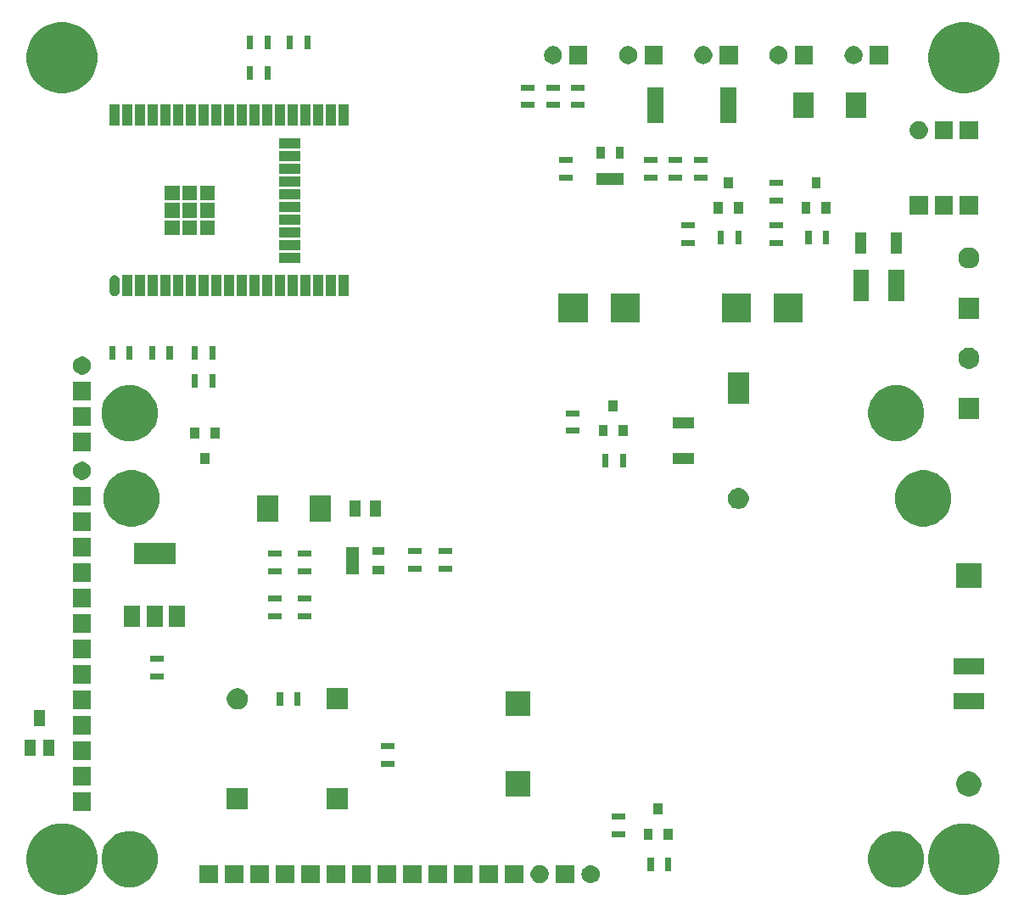
<source format=gbr>
G04 #@! TF.GenerationSoftware,KiCad,Pcbnew,(5.1.4)-1*
G04 #@! TF.CreationDate,2020-11-07T23:49:10+03:00*
G04 #@! TF.ProjectId,UAK_2,55414b5f-322e-46b6-9963-61645f706362,rev?*
G04 #@! TF.SameCoordinates,Original*
G04 #@! TF.FileFunction,Soldermask,Top*
G04 #@! TF.FilePolarity,Negative*
%FSLAX46Y46*%
G04 Gerber Fmt 4.6, Leading zero omitted, Abs format (unit mm)*
G04 Created by KiCad (PCBNEW (5.1.4)-1) date 2020-11-07 23:49:10*
%MOMM*%
%LPD*%
G04 APERTURE LIST*
%ADD10C,0.100000*%
G04 APERTURE END LIST*
D10*
G36*
X81035787Y-131585462D02*
G01*
X81035790Y-131585463D01*
X81035789Y-131585463D01*
X81682029Y-131853144D01*
X82263631Y-132241758D01*
X82758242Y-132736369D01*
X83146856Y-133317971D01*
X83146856Y-133317972D01*
X83414538Y-133964213D01*
X83551000Y-134650256D01*
X83551000Y-135349744D01*
X83414538Y-136035787D01*
X83356460Y-136176000D01*
X83146856Y-136682029D01*
X82758242Y-137263631D01*
X82263631Y-137758242D01*
X81682029Y-138146856D01*
X81225068Y-138336135D01*
X81035787Y-138414538D01*
X80349744Y-138551000D01*
X79650256Y-138551000D01*
X78964213Y-138414538D01*
X78774932Y-138336135D01*
X78317971Y-138146856D01*
X77736369Y-137758242D01*
X77241758Y-137263631D01*
X76853144Y-136682029D01*
X76643540Y-136176000D01*
X76585462Y-136035787D01*
X76449000Y-135349744D01*
X76449000Y-134650256D01*
X76585462Y-133964213D01*
X76853144Y-133317972D01*
X76853144Y-133317971D01*
X77241758Y-132736369D01*
X77736369Y-132241758D01*
X78317971Y-131853144D01*
X78964211Y-131585463D01*
X78964210Y-131585463D01*
X78964213Y-131585462D01*
X79650256Y-131449000D01*
X80349744Y-131449000D01*
X81035787Y-131585462D01*
X81035787Y-131585462D01*
G37*
G36*
X171035787Y-131585462D02*
G01*
X171035790Y-131585463D01*
X171035789Y-131585463D01*
X171682029Y-131853144D01*
X172263631Y-132241758D01*
X172758242Y-132736369D01*
X173146856Y-133317971D01*
X173146856Y-133317972D01*
X173414538Y-133964213D01*
X173551000Y-134650256D01*
X173551000Y-135349744D01*
X173414538Y-136035787D01*
X173356460Y-136176000D01*
X173146856Y-136682029D01*
X172758242Y-137263631D01*
X172263631Y-137758242D01*
X171682029Y-138146856D01*
X171225068Y-138336135D01*
X171035787Y-138414538D01*
X170349744Y-138551000D01*
X169650256Y-138551000D01*
X168964213Y-138414538D01*
X168774932Y-138336135D01*
X168317971Y-138146856D01*
X167736369Y-137758242D01*
X167241758Y-137263631D01*
X166853144Y-136682029D01*
X166643540Y-136176000D01*
X166585462Y-136035787D01*
X166449000Y-135349744D01*
X166449000Y-134650256D01*
X166585462Y-133964213D01*
X166853144Y-133317972D01*
X166853144Y-133317971D01*
X167241758Y-132736369D01*
X167736369Y-132241758D01*
X168317971Y-131853144D01*
X168964211Y-131585463D01*
X168964210Y-131585463D01*
X168964213Y-131585462D01*
X169650256Y-131449000D01*
X170349744Y-131449000D01*
X171035787Y-131585462D01*
X171035787Y-131585462D01*
G37*
G36*
X164067021Y-132306640D02*
G01*
X164576769Y-132517785D01*
X164576771Y-132517786D01*
X165035534Y-132824321D01*
X165425679Y-133214466D01*
X165494839Y-133317972D01*
X165732215Y-133673231D01*
X165943360Y-134182979D01*
X166051000Y-134724124D01*
X166051000Y-135275876D01*
X165943360Y-135817021D01*
X165733621Y-136323375D01*
X165732214Y-136326771D01*
X165425679Y-136785534D01*
X165035534Y-137175679D01*
X164576771Y-137482214D01*
X164576770Y-137482215D01*
X164576769Y-137482215D01*
X164067021Y-137693360D01*
X163525876Y-137801000D01*
X162974124Y-137801000D01*
X162432979Y-137693360D01*
X161923231Y-137482215D01*
X161923230Y-137482215D01*
X161923229Y-137482214D01*
X161464466Y-137175679D01*
X161074321Y-136785534D01*
X160767786Y-136326771D01*
X160766379Y-136323375D01*
X160556640Y-135817021D01*
X160449000Y-135275876D01*
X160449000Y-134724124D01*
X160556640Y-134182979D01*
X160767785Y-133673231D01*
X161005161Y-133317972D01*
X161074321Y-133214466D01*
X161464466Y-132824321D01*
X161923229Y-132517786D01*
X161923231Y-132517785D01*
X162432979Y-132306640D01*
X162974124Y-132199000D01*
X163525876Y-132199000D01*
X164067021Y-132306640D01*
X164067021Y-132306640D01*
G37*
G36*
X87567021Y-132306640D02*
G01*
X88076769Y-132517785D01*
X88076771Y-132517786D01*
X88535534Y-132824321D01*
X88925679Y-133214466D01*
X88994839Y-133317972D01*
X89232215Y-133673231D01*
X89443360Y-134182979D01*
X89551000Y-134724124D01*
X89551000Y-135275876D01*
X89443360Y-135817021D01*
X89233621Y-136323375D01*
X89232214Y-136326771D01*
X88925679Y-136785534D01*
X88535534Y-137175679D01*
X88076771Y-137482214D01*
X88076770Y-137482215D01*
X88076769Y-137482215D01*
X87567021Y-137693360D01*
X87025876Y-137801000D01*
X86474124Y-137801000D01*
X85932979Y-137693360D01*
X85423231Y-137482215D01*
X85423230Y-137482215D01*
X85423229Y-137482214D01*
X84964466Y-137175679D01*
X84574321Y-136785534D01*
X84267786Y-136326771D01*
X84266379Y-136323375D01*
X84056640Y-135817021D01*
X83949000Y-135275876D01*
X83949000Y-134724124D01*
X84056640Y-134182979D01*
X84267785Y-133673231D01*
X84505161Y-133317972D01*
X84574321Y-133214466D01*
X84964466Y-132824321D01*
X85423229Y-132517786D01*
X85423231Y-132517785D01*
X85932979Y-132306640D01*
X86474124Y-132199000D01*
X87025876Y-132199000D01*
X87567021Y-132306640D01*
X87567021Y-132306640D01*
G37*
G36*
X131111000Y-137401000D02*
G01*
X129309000Y-137401000D01*
X129309000Y-135599000D01*
X131111000Y-135599000D01*
X131111000Y-137401000D01*
X131111000Y-137401000D01*
G37*
G36*
X113331000Y-137401000D02*
G01*
X111529000Y-137401000D01*
X111529000Y-135599000D01*
X113331000Y-135599000D01*
X113331000Y-137401000D01*
X113331000Y-137401000D01*
G37*
G36*
X127783512Y-135603927D02*
G01*
X127932812Y-135633624D01*
X128096784Y-135701544D01*
X128244354Y-135800147D01*
X128369853Y-135925646D01*
X128468456Y-136073216D01*
X128536376Y-136237188D01*
X128571000Y-136411259D01*
X128571000Y-136588741D01*
X128536376Y-136762812D01*
X128468456Y-136926784D01*
X128369853Y-137074354D01*
X128244354Y-137199853D01*
X128096784Y-137298456D01*
X127932812Y-137366376D01*
X127783512Y-137396073D01*
X127758742Y-137401000D01*
X127581258Y-137401000D01*
X127556488Y-137396073D01*
X127407188Y-137366376D01*
X127243216Y-137298456D01*
X127095646Y-137199853D01*
X126970147Y-137074354D01*
X126871544Y-136926784D01*
X126803624Y-136762812D01*
X126769000Y-136588741D01*
X126769000Y-136411259D01*
X126803624Y-136237188D01*
X126871544Y-136073216D01*
X126970147Y-135925646D01*
X127095646Y-135800147D01*
X127243216Y-135701544D01*
X127407188Y-135633624D01*
X127556488Y-135603927D01*
X127581258Y-135599000D01*
X127758742Y-135599000D01*
X127783512Y-135603927D01*
X127783512Y-135603927D01*
G37*
G36*
X126031000Y-137401000D02*
G01*
X124229000Y-137401000D01*
X124229000Y-135599000D01*
X126031000Y-135599000D01*
X126031000Y-137401000D01*
X126031000Y-137401000D01*
G37*
G36*
X123491000Y-137401000D02*
G01*
X121689000Y-137401000D01*
X121689000Y-135599000D01*
X123491000Y-135599000D01*
X123491000Y-137401000D01*
X123491000Y-137401000D01*
G37*
G36*
X120951000Y-137401000D02*
G01*
X119149000Y-137401000D01*
X119149000Y-135599000D01*
X120951000Y-135599000D01*
X120951000Y-137401000D01*
X120951000Y-137401000D01*
G37*
G36*
X118411000Y-137401000D02*
G01*
X116609000Y-137401000D01*
X116609000Y-135599000D01*
X118411000Y-135599000D01*
X118411000Y-137401000D01*
X118411000Y-137401000D01*
G37*
G36*
X115871000Y-137401000D02*
G01*
X114069000Y-137401000D01*
X114069000Y-135599000D01*
X115871000Y-135599000D01*
X115871000Y-137401000D01*
X115871000Y-137401000D01*
G37*
G36*
X108251000Y-137401000D02*
G01*
X106449000Y-137401000D01*
X106449000Y-135599000D01*
X108251000Y-135599000D01*
X108251000Y-137401000D01*
X108251000Y-137401000D01*
G37*
G36*
X132860442Y-135605518D02*
G01*
X132926627Y-135612037D01*
X133096466Y-135663557D01*
X133252991Y-135747222D01*
X133288729Y-135776552D01*
X133390186Y-135859814D01*
X133473448Y-135961271D01*
X133502778Y-135997009D01*
X133586443Y-136153534D01*
X133637963Y-136323373D01*
X133655359Y-136500000D01*
X133637963Y-136676627D01*
X133586443Y-136846466D01*
X133502778Y-137002991D01*
X133473448Y-137038729D01*
X133390186Y-137140186D01*
X133317480Y-137199853D01*
X133252991Y-137252778D01*
X133096466Y-137336443D01*
X132926627Y-137387963D01*
X132860443Y-137394481D01*
X132794260Y-137401000D01*
X132705740Y-137401000D01*
X132639557Y-137394481D01*
X132573373Y-137387963D01*
X132403534Y-137336443D01*
X132247009Y-137252778D01*
X132182520Y-137199853D01*
X132109814Y-137140186D01*
X132026552Y-137038729D01*
X131997222Y-137002991D01*
X131913557Y-136846466D01*
X131862037Y-136676627D01*
X131844641Y-136500000D01*
X131862037Y-136323373D01*
X131913557Y-136153534D01*
X131997222Y-135997009D01*
X132026552Y-135961271D01*
X132109814Y-135859814D01*
X132211271Y-135776552D01*
X132247009Y-135747222D01*
X132403534Y-135663557D01*
X132573373Y-135612037D01*
X132639558Y-135605518D01*
X132705740Y-135599000D01*
X132794260Y-135599000D01*
X132860442Y-135605518D01*
X132860442Y-135605518D01*
G37*
G36*
X95551000Y-137401000D02*
G01*
X93749000Y-137401000D01*
X93749000Y-135599000D01*
X95551000Y-135599000D01*
X95551000Y-137401000D01*
X95551000Y-137401000D01*
G37*
G36*
X98091000Y-137401000D02*
G01*
X96289000Y-137401000D01*
X96289000Y-135599000D01*
X98091000Y-135599000D01*
X98091000Y-137401000D01*
X98091000Y-137401000D01*
G37*
G36*
X103171000Y-137401000D02*
G01*
X101369000Y-137401000D01*
X101369000Y-135599000D01*
X103171000Y-135599000D01*
X103171000Y-137401000D01*
X103171000Y-137401000D01*
G37*
G36*
X110791000Y-137401000D02*
G01*
X108989000Y-137401000D01*
X108989000Y-135599000D01*
X110791000Y-135599000D01*
X110791000Y-137401000D01*
X110791000Y-137401000D01*
G37*
G36*
X105711000Y-137401000D02*
G01*
X103909000Y-137401000D01*
X103909000Y-135599000D01*
X105711000Y-135599000D01*
X105711000Y-137401000D01*
X105711000Y-137401000D01*
G37*
G36*
X100631000Y-137401000D02*
G01*
X98829000Y-137401000D01*
X98829000Y-135599000D01*
X100631000Y-135599000D01*
X100631000Y-137401000D01*
X100631000Y-137401000D01*
G37*
G36*
X140801000Y-136176000D02*
G01*
X140199000Y-136176000D01*
X140199000Y-134824000D01*
X140801000Y-134824000D01*
X140801000Y-136176000D01*
X140801000Y-136176000D01*
G37*
G36*
X139051000Y-136176000D02*
G01*
X138449000Y-136176000D01*
X138449000Y-134824000D01*
X139051000Y-134824000D01*
X139051000Y-136176000D01*
X139051000Y-136176000D01*
G37*
G36*
X140951000Y-133051000D02*
G01*
X140049000Y-133051000D01*
X140049000Y-131949000D01*
X140951000Y-131949000D01*
X140951000Y-133051000D01*
X140951000Y-133051000D01*
G37*
G36*
X138951000Y-133051000D02*
G01*
X138049000Y-133051000D01*
X138049000Y-131949000D01*
X138951000Y-131949000D01*
X138951000Y-133051000D01*
X138951000Y-133051000D01*
G37*
G36*
X136176000Y-132801000D02*
G01*
X134824000Y-132801000D01*
X134824000Y-132199000D01*
X136176000Y-132199000D01*
X136176000Y-132801000D01*
X136176000Y-132801000D01*
G37*
G36*
X136176000Y-131051000D02*
G01*
X134824000Y-131051000D01*
X134824000Y-130449000D01*
X136176000Y-130449000D01*
X136176000Y-131051000D01*
X136176000Y-131051000D01*
G37*
G36*
X139951000Y-130551000D02*
G01*
X139049000Y-130551000D01*
X139049000Y-129449000D01*
X139951000Y-129449000D01*
X139951000Y-130551000D01*
X139951000Y-130551000D01*
G37*
G36*
X82901000Y-130171000D02*
G01*
X81099000Y-130171000D01*
X81099000Y-128369000D01*
X82901000Y-128369000D01*
X82901000Y-130171000D01*
X82901000Y-130171000D01*
G37*
G36*
X98551000Y-130051000D02*
G01*
X96449000Y-130051000D01*
X96449000Y-127949000D01*
X98551000Y-127949000D01*
X98551000Y-130051000D01*
X98551000Y-130051000D01*
G37*
G36*
X108551000Y-130051000D02*
G01*
X106449000Y-130051000D01*
X106449000Y-127949000D01*
X108551000Y-127949000D01*
X108551000Y-130051000D01*
X108551000Y-130051000D01*
G37*
G36*
X126751000Y-128751000D02*
G01*
X124249000Y-128751000D01*
X124249000Y-126249000D01*
X126751000Y-126249000D01*
X126751000Y-128751000D01*
X126751000Y-128751000D01*
G37*
G36*
X170864903Y-126297075D02*
G01*
X171092571Y-126391378D01*
X171297466Y-126528285D01*
X171471715Y-126702534D01*
X171608622Y-126907429D01*
X171702925Y-127135097D01*
X171751000Y-127376787D01*
X171751000Y-127623213D01*
X171702925Y-127864903D01*
X171608622Y-128092571D01*
X171471715Y-128297466D01*
X171297466Y-128471715D01*
X171092571Y-128608622D01*
X171092570Y-128608623D01*
X171092569Y-128608623D01*
X170864903Y-128702925D01*
X170623214Y-128751000D01*
X170376786Y-128751000D01*
X170135097Y-128702925D01*
X169907431Y-128608623D01*
X169907430Y-128608623D01*
X169907429Y-128608622D01*
X169702534Y-128471715D01*
X169528285Y-128297466D01*
X169391378Y-128092571D01*
X169297075Y-127864903D01*
X169249000Y-127623213D01*
X169249000Y-127376787D01*
X169297075Y-127135097D01*
X169391378Y-126907429D01*
X169528285Y-126702534D01*
X169702534Y-126528285D01*
X169907429Y-126391378D01*
X170135097Y-126297075D01*
X170376786Y-126249000D01*
X170623214Y-126249000D01*
X170864903Y-126297075D01*
X170864903Y-126297075D01*
G37*
G36*
X82901000Y-127631000D02*
G01*
X81099000Y-127631000D01*
X81099000Y-125829000D01*
X82901000Y-125829000D01*
X82901000Y-127631000D01*
X82901000Y-127631000D01*
G37*
G36*
X113176000Y-125801000D02*
G01*
X111824000Y-125801000D01*
X111824000Y-125199000D01*
X113176000Y-125199000D01*
X113176000Y-125801000D01*
X113176000Y-125801000D01*
G37*
G36*
X82901000Y-125091000D02*
G01*
X81099000Y-125091000D01*
X81099000Y-123289000D01*
X82901000Y-123289000D01*
X82901000Y-125091000D01*
X82901000Y-125091000D01*
G37*
G36*
X79201000Y-124701000D02*
G01*
X78099000Y-124701000D01*
X78099000Y-123099000D01*
X79201000Y-123099000D01*
X79201000Y-124701000D01*
X79201000Y-124701000D01*
G37*
G36*
X77401000Y-124701000D02*
G01*
X76299000Y-124701000D01*
X76299000Y-123099000D01*
X77401000Y-123099000D01*
X77401000Y-124701000D01*
X77401000Y-124701000D01*
G37*
G36*
X113176000Y-124051000D02*
G01*
X111824000Y-124051000D01*
X111824000Y-123449000D01*
X113176000Y-123449000D01*
X113176000Y-124051000D01*
X113176000Y-124051000D01*
G37*
G36*
X82901000Y-122551000D02*
G01*
X81099000Y-122551000D01*
X81099000Y-120749000D01*
X82901000Y-120749000D01*
X82901000Y-122551000D01*
X82901000Y-122551000D01*
G37*
G36*
X78301000Y-121701000D02*
G01*
X77199000Y-121701000D01*
X77199000Y-120099000D01*
X78301000Y-120099000D01*
X78301000Y-121701000D01*
X78301000Y-121701000D01*
G37*
G36*
X126751000Y-120751000D02*
G01*
X124249000Y-120751000D01*
X124249000Y-118249000D01*
X126751000Y-118249000D01*
X126751000Y-120751000D01*
X126751000Y-120751000D01*
G37*
G36*
X97806564Y-117989389D02*
G01*
X97997833Y-118068615D01*
X97997835Y-118068616D01*
X98169973Y-118183635D01*
X98316365Y-118330027D01*
X98431385Y-118502167D01*
X98510611Y-118693436D01*
X98551000Y-118896484D01*
X98551000Y-119103516D01*
X98510611Y-119306564D01*
X98431385Y-119497833D01*
X98431384Y-119497835D01*
X98316365Y-119669973D01*
X98169973Y-119816365D01*
X97997835Y-119931384D01*
X97997834Y-119931385D01*
X97997833Y-119931385D01*
X97806564Y-120010611D01*
X97603516Y-120051000D01*
X97396484Y-120051000D01*
X97193436Y-120010611D01*
X97002167Y-119931385D01*
X97002166Y-119931385D01*
X97002165Y-119931384D01*
X96830027Y-119816365D01*
X96683635Y-119669973D01*
X96568616Y-119497835D01*
X96568615Y-119497833D01*
X96489389Y-119306564D01*
X96449000Y-119103516D01*
X96449000Y-118896484D01*
X96489389Y-118693436D01*
X96568615Y-118502167D01*
X96683635Y-118330027D01*
X96830027Y-118183635D01*
X97002165Y-118068616D01*
X97002167Y-118068615D01*
X97193436Y-117989389D01*
X97396484Y-117949000D01*
X97603516Y-117949000D01*
X97806564Y-117989389D01*
X97806564Y-117989389D01*
G37*
G36*
X172051000Y-120051000D02*
G01*
X168949000Y-120051000D01*
X168949000Y-118449000D01*
X172051000Y-118449000D01*
X172051000Y-120051000D01*
X172051000Y-120051000D01*
G37*
G36*
X108551000Y-120051000D02*
G01*
X106449000Y-120051000D01*
X106449000Y-117949000D01*
X108551000Y-117949000D01*
X108551000Y-120051000D01*
X108551000Y-120051000D01*
G37*
G36*
X82901000Y-120011000D02*
G01*
X81099000Y-120011000D01*
X81099000Y-118209000D01*
X82901000Y-118209000D01*
X82901000Y-120011000D01*
X82901000Y-120011000D01*
G37*
G36*
X103801000Y-119676000D02*
G01*
X103199000Y-119676000D01*
X103199000Y-118324000D01*
X103801000Y-118324000D01*
X103801000Y-119676000D01*
X103801000Y-119676000D01*
G37*
G36*
X102051000Y-119676000D02*
G01*
X101449000Y-119676000D01*
X101449000Y-118324000D01*
X102051000Y-118324000D01*
X102051000Y-119676000D01*
X102051000Y-119676000D01*
G37*
G36*
X82901000Y-117471000D02*
G01*
X81099000Y-117471000D01*
X81099000Y-115669000D01*
X82901000Y-115669000D01*
X82901000Y-117471000D01*
X82901000Y-117471000D01*
G37*
G36*
X90176000Y-117051000D02*
G01*
X88824000Y-117051000D01*
X88824000Y-116449000D01*
X90176000Y-116449000D01*
X90176000Y-117051000D01*
X90176000Y-117051000D01*
G37*
G36*
X172051000Y-116551000D02*
G01*
X168949000Y-116551000D01*
X168949000Y-114949000D01*
X172051000Y-114949000D01*
X172051000Y-116551000D01*
X172051000Y-116551000D01*
G37*
G36*
X90176000Y-115301000D02*
G01*
X88824000Y-115301000D01*
X88824000Y-114699000D01*
X90176000Y-114699000D01*
X90176000Y-115301000D01*
X90176000Y-115301000D01*
G37*
G36*
X82901000Y-114931000D02*
G01*
X81099000Y-114931000D01*
X81099000Y-113129000D01*
X82901000Y-113129000D01*
X82901000Y-114931000D01*
X82901000Y-114931000D01*
G37*
G36*
X82901000Y-112391000D02*
G01*
X81099000Y-112391000D01*
X81099000Y-110589000D01*
X82901000Y-110589000D01*
X82901000Y-112391000D01*
X82901000Y-112391000D01*
G37*
G36*
X90051000Y-111801000D02*
G01*
X88449000Y-111801000D01*
X88449000Y-109699000D01*
X90051000Y-109699000D01*
X90051000Y-111801000D01*
X90051000Y-111801000D01*
G37*
G36*
X92301000Y-111801000D02*
G01*
X90699000Y-111801000D01*
X90699000Y-109699000D01*
X92301000Y-109699000D01*
X92301000Y-111801000D01*
X92301000Y-111801000D01*
G37*
G36*
X87801000Y-111801000D02*
G01*
X86199000Y-111801000D01*
X86199000Y-109699000D01*
X87801000Y-109699000D01*
X87801000Y-111801000D01*
X87801000Y-111801000D01*
G37*
G36*
X104926000Y-111051000D02*
G01*
X103574000Y-111051000D01*
X103574000Y-110449000D01*
X104926000Y-110449000D01*
X104926000Y-111051000D01*
X104926000Y-111051000D01*
G37*
G36*
X101926000Y-111051000D02*
G01*
X100574000Y-111051000D01*
X100574000Y-110449000D01*
X101926000Y-110449000D01*
X101926000Y-111051000D01*
X101926000Y-111051000D01*
G37*
G36*
X82901000Y-109851000D02*
G01*
X81099000Y-109851000D01*
X81099000Y-108049000D01*
X82901000Y-108049000D01*
X82901000Y-109851000D01*
X82901000Y-109851000D01*
G37*
G36*
X104926000Y-109301000D02*
G01*
X103574000Y-109301000D01*
X103574000Y-108699000D01*
X104926000Y-108699000D01*
X104926000Y-109301000D01*
X104926000Y-109301000D01*
G37*
G36*
X101926000Y-109301000D02*
G01*
X100574000Y-109301000D01*
X100574000Y-108699000D01*
X101926000Y-108699000D01*
X101926000Y-109301000D01*
X101926000Y-109301000D01*
G37*
G36*
X171751000Y-107951000D02*
G01*
X169249000Y-107951000D01*
X169249000Y-105449000D01*
X171751000Y-105449000D01*
X171751000Y-107951000D01*
X171751000Y-107951000D01*
G37*
G36*
X82901000Y-107311000D02*
G01*
X81099000Y-107311000D01*
X81099000Y-105509000D01*
X82901000Y-105509000D01*
X82901000Y-107311000D01*
X82901000Y-107311000D01*
G37*
G36*
X109601000Y-106551000D02*
G01*
X108399000Y-106551000D01*
X108399000Y-103849000D01*
X109601000Y-103849000D01*
X109601000Y-106551000D01*
X109601000Y-106551000D01*
G37*
G36*
X101926000Y-106551000D02*
G01*
X100574000Y-106551000D01*
X100574000Y-105949000D01*
X101926000Y-105949000D01*
X101926000Y-106551000D01*
X101926000Y-106551000D01*
G37*
G36*
X104926000Y-106551000D02*
G01*
X103574000Y-106551000D01*
X103574000Y-105949000D01*
X104926000Y-105949000D01*
X104926000Y-106551000D01*
X104926000Y-106551000D01*
G37*
G36*
X112201000Y-106551000D02*
G01*
X110999000Y-106551000D01*
X110999000Y-105749000D01*
X112201000Y-105749000D01*
X112201000Y-106551000D01*
X112201000Y-106551000D01*
G37*
G36*
X115926000Y-106301000D02*
G01*
X114574000Y-106301000D01*
X114574000Y-105699000D01*
X115926000Y-105699000D01*
X115926000Y-106301000D01*
X115926000Y-106301000D01*
G37*
G36*
X118926000Y-106301000D02*
G01*
X117574000Y-106301000D01*
X117574000Y-105699000D01*
X118926000Y-105699000D01*
X118926000Y-106301000D01*
X118926000Y-106301000D01*
G37*
G36*
X91301000Y-105551000D02*
G01*
X87199000Y-105551000D01*
X87199000Y-103449000D01*
X91301000Y-103449000D01*
X91301000Y-105551000D01*
X91301000Y-105551000D01*
G37*
G36*
X101926000Y-104801000D02*
G01*
X100574000Y-104801000D01*
X100574000Y-104199000D01*
X101926000Y-104199000D01*
X101926000Y-104801000D01*
X101926000Y-104801000D01*
G37*
G36*
X104926000Y-104801000D02*
G01*
X103574000Y-104801000D01*
X103574000Y-104199000D01*
X104926000Y-104199000D01*
X104926000Y-104801000D01*
X104926000Y-104801000D01*
G37*
G36*
X82901000Y-104771000D02*
G01*
X81099000Y-104771000D01*
X81099000Y-102969000D01*
X82901000Y-102969000D01*
X82901000Y-104771000D01*
X82901000Y-104771000D01*
G37*
G36*
X112201000Y-104651000D02*
G01*
X110999000Y-104651000D01*
X110999000Y-103849000D01*
X112201000Y-103849000D01*
X112201000Y-104651000D01*
X112201000Y-104651000D01*
G37*
G36*
X118926000Y-104551000D02*
G01*
X117574000Y-104551000D01*
X117574000Y-103949000D01*
X118926000Y-103949000D01*
X118926000Y-104551000D01*
X118926000Y-104551000D01*
G37*
G36*
X115926000Y-104551000D02*
G01*
X114574000Y-104551000D01*
X114574000Y-103949000D01*
X115926000Y-103949000D01*
X115926000Y-104551000D01*
X115926000Y-104551000D01*
G37*
G36*
X82901000Y-102231000D02*
G01*
X81099000Y-102231000D01*
X81099000Y-100429000D01*
X82901000Y-100429000D01*
X82901000Y-102231000D01*
X82901000Y-102231000D01*
G37*
G36*
X166767021Y-96306640D02*
G01*
X167264763Y-96512812D01*
X167276771Y-96517786D01*
X167735534Y-96824321D01*
X168125679Y-97214466D01*
X168432214Y-97673229D01*
X168432215Y-97673231D01*
X168643360Y-98182979D01*
X168751000Y-98724124D01*
X168751000Y-99275876D01*
X168643360Y-99817021D01*
X168432215Y-100326769D01*
X168432214Y-100326771D01*
X168125679Y-100785534D01*
X167735534Y-101175679D01*
X167276771Y-101482214D01*
X167276770Y-101482215D01*
X167276769Y-101482215D01*
X166767021Y-101693360D01*
X166225876Y-101801000D01*
X165674124Y-101801000D01*
X165132979Y-101693360D01*
X164623231Y-101482215D01*
X164623230Y-101482215D01*
X164623229Y-101482214D01*
X164164466Y-101175679D01*
X163774321Y-100785534D01*
X163467786Y-100326771D01*
X163467785Y-100326769D01*
X163256640Y-99817021D01*
X163149000Y-99275876D01*
X163149000Y-98724124D01*
X163256640Y-98182979D01*
X163467785Y-97673231D01*
X163467786Y-97673229D01*
X163774321Y-97214466D01*
X164164466Y-96824321D01*
X164623229Y-96517786D01*
X164635237Y-96512812D01*
X165132979Y-96306640D01*
X165674124Y-96199000D01*
X166225876Y-96199000D01*
X166767021Y-96306640D01*
X166767021Y-96306640D01*
G37*
G36*
X87767021Y-96306640D02*
G01*
X88264763Y-96512812D01*
X88276771Y-96517786D01*
X88735534Y-96824321D01*
X89125679Y-97214466D01*
X89432214Y-97673229D01*
X89432215Y-97673231D01*
X89643360Y-98182979D01*
X89751000Y-98724124D01*
X89751000Y-99275876D01*
X89643360Y-99817021D01*
X89432215Y-100326769D01*
X89432214Y-100326771D01*
X89125679Y-100785534D01*
X88735534Y-101175679D01*
X88276771Y-101482214D01*
X88276770Y-101482215D01*
X88276769Y-101482215D01*
X87767021Y-101693360D01*
X87225876Y-101801000D01*
X86674124Y-101801000D01*
X86132979Y-101693360D01*
X85623231Y-101482215D01*
X85623230Y-101482215D01*
X85623229Y-101482214D01*
X85164466Y-101175679D01*
X84774321Y-100785534D01*
X84467786Y-100326771D01*
X84467785Y-100326769D01*
X84256640Y-99817021D01*
X84149000Y-99275876D01*
X84149000Y-98724124D01*
X84256640Y-98182979D01*
X84467785Y-97673231D01*
X84467786Y-97673229D01*
X84774321Y-97214466D01*
X85164466Y-96824321D01*
X85623229Y-96517786D01*
X85635237Y-96512812D01*
X86132979Y-96306640D01*
X86674124Y-96199000D01*
X87225876Y-96199000D01*
X87767021Y-96306640D01*
X87767021Y-96306640D01*
G37*
G36*
X101551000Y-101301000D02*
G01*
X99449000Y-101301000D01*
X99449000Y-98699000D01*
X101551000Y-98699000D01*
X101551000Y-101301000D01*
X101551000Y-101301000D01*
G37*
G36*
X106801000Y-101301000D02*
G01*
X104699000Y-101301000D01*
X104699000Y-98699000D01*
X106801000Y-98699000D01*
X106801000Y-101301000D01*
X106801000Y-101301000D01*
G37*
G36*
X111801000Y-100801000D02*
G01*
X110699000Y-100801000D01*
X110699000Y-99199000D01*
X111801000Y-99199000D01*
X111801000Y-100801000D01*
X111801000Y-100801000D01*
G37*
G36*
X109801000Y-100801000D02*
G01*
X108699000Y-100801000D01*
X108699000Y-99199000D01*
X109801000Y-99199000D01*
X109801000Y-100801000D01*
X109801000Y-100801000D01*
G37*
G36*
X147806564Y-97989389D02*
G01*
X147997833Y-98068615D01*
X147997835Y-98068616D01*
X148168990Y-98182978D01*
X148169973Y-98183635D01*
X148316365Y-98330027D01*
X148431385Y-98502167D01*
X148510611Y-98693436D01*
X148551000Y-98896484D01*
X148551000Y-99103516D01*
X148510611Y-99306564D01*
X148431385Y-99497833D01*
X148431384Y-99497835D01*
X148316365Y-99669973D01*
X148169973Y-99816365D01*
X147997835Y-99931384D01*
X147997834Y-99931385D01*
X147997833Y-99931385D01*
X147806564Y-100010611D01*
X147603516Y-100051000D01*
X147396484Y-100051000D01*
X147193436Y-100010611D01*
X147002167Y-99931385D01*
X147002166Y-99931385D01*
X147002165Y-99931384D01*
X146830027Y-99816365D01*
X146683635Y-99669973D01*
X146568616Y-99497835D01*
X146568615Y-99497833D01*
X146489389Y-99306564D01*
X146449000Y-99103516D01*
X146449000Y-98896484D01*
X146489389Y-98693436D01*
X146568615Y-98502167D01*
X146683635Y-98330027D01*
X146830027Y-98183635D01*
X146831010Y-98182978D01*
X147002165Y-98068616D01*
X147002167Y-98068615D01*
X147193436Y-97989389D01*
X147396484Y-97949000D01*
X147603516Y-97949000D01*
X147806564Y-97989389D01*
X147806564Y-97989389D01*
G37*
G36*
X82901000Y-99691000D02*
G01*
X81099000Y-99691000D01*
X81099000Y-97889000D01*
X82901000Y-97889000D01*
X82901000Y-99691000D01*
X82901000Y-99691000D01*
G37*
G36*
X82113512Y-95353927D02*
G01*
X82262812Y-95383624D01*
X82426784Y-95451544D01*
X82574354Y-95550147D01*
X82699853Y-95675646D01*
X82798456Y-95823216D01*
X82866376Y-95987188D01*
X82901000Y-96161259D01*
X82901000Y-96338741D01*
X82866376Y-96512812D01*
X82798456Y-96676784D01*
X82699853Y-96824354D01*
X82574354Y-96949853D01*
X82426784Y-97048456D01*
X82262812Y-97116376D01*
X82113512Y-97146073D01*
X82088742Y-97151000D01*
X81911258Y-97151000D01*
X81886488Y-97146073D01*
X81737188Y-97116376D01*
X81573216Y-97048456D01*
X81425646Y-96949853D01*
X81300147Y-96824354D01*
X81201544Y-96676784D01*
X81133624Y-96512812D01*
X81099000Y-96338741D01*
X81099000Y-96161259D01*
X81133624Y-95987188D01*
X81201544Y-95823216D01*
X81300147Y-95675646D01*
X81425646Y-95550147D01*
X81573216Y-95451544D01*
X81737188Y-95383624D01*
X81886488Y-95353927D01*
X81911258Y-95349000D01*
X82088742Y-95349000D01*
X82113512Y-95353927D01*
X82113512Y-95353927D01*
G37*
G36*
X136301000Y-95926000D02*
G01*
X135699000Y-95926000D01*
X135699000Y-94574000D01*
X136301000Y-94574000D01*
X136301000Y-95926000D01*
X136301000Y-95926000D01*
G37*
G36*
X134551000Y-95926000D02*
G01*
X133949000Y-95926000D01*
X133949000Y-94574000D01*
X134551000Y-94574000D01*
X134551000Y-95926000D01*
X134551000Y-95926000D01*
G37*
G36*
X143051000Y-95551000D02*
G01*
X140949000Y-95551000D01*
X140949000Y-94449000D01*
X143051000Y-94449000D01*
X143051000Y-95551000D01*
X143051000Y-95551000D01*
G37*
G36*
X94701000Y-95551000D02*
G01*
X93799000Y-95551000D01*
X93799000Y-94449000D01*
X94701000Y-94449000D01*
X94701000Y-95551000D01*
X94701000Y-95551000D01*
G37*
G36*
X82901000Y-94271000D02*
G01*
X81099000Y-94271000D01*
X81099000Y-92469000D01*
X82901000Y-92469000D01*
X82901000Y-94271000D01*
X82901000Y-94271000D01*
G37*
G36*
X164067021Y-87806640D02*
G01*
X164576769Y-88017785D01*
X164576771Y-88017786D01*
X165035534Y-88324321D01*
X165425679Y-88714466D01*
X165582389Y-88949000D01*
X165732215Y-89173231D01*
X165943360Y-89682979D01*
X166051000Y-90224124D01*
X166051000Y-90775876D01*
X165943360Y-91317021D01*
X165771884Y-91731000D01*
X165732214Y-91826771D01*
X165425679Y-92285534D01*
X165035534Y-92675679D01*
X164576771Y-92982214D01*
X164576770Y-92982215D01*
X164576769Y-92982215D01*
X164067021Y-93193360D01*
X163525876Y-93301000D01*
X162974124Y-93301000D01*
X162432979Y-93193360D01*
X161923231Y-92982215D01*
X161923230Y-92982215D01*
X161923229Y-92982214D01*
X161464466Y-92675679D01*
X161074321Y-92285534D01*
X160767786Y-91826771D01*
X160728116Y-91731000D01*
X160556640Y-91317021D01*
X160449000Y-90775876D01*
X160449000Y-90224124D01*
X160556640Y-89682979D01*
X160767785Y-89173231D01*
X160917611Y-88949000D01*
X161074321Y-88714466D01*
X161464466Y-88324321D01*
X161923229Y-88017786D01*
X161923231Y-88017785D01*
X162432979Y-87806640D01*
X162974124Y-87699000D01*
X163525876Y-87699000D01*
X164067021Y-87806640D01*
X164067021Y-87806640D01*
G37*
G36*
X87567021Y-87806640D02*
G01*
X88076769Y-88017785D01*
X88076771Y-88017786D01*
X88535534Y-88324321D01*
X88925679Y-88714466D01*
X89082389Y-88949000D01*
X89232215Y-89173231D01*
X89443360Y-89682979D01*
X89551000Y-90224124D01*
X89551000Y-90775876D01*
X89443360Y-91317021D01*
X89271884Y-91731000D01*
X89232214Y-91826771D01*
X88925679Y-92285534D01*
X88535534Y-92675679D01*
X88076771Y-92982214D01*
X88076770Y-92982215D01*
X88076769Y-92982215D01*
X87567021Y-93193360D01*
X87025876Y-93301000D01*
X86474124Y-93301000D01*
X85932979Y-93193360D01*
X85423231Y-92982215D01*
X85423230Y-92982215D01*
X85423229Y-92982214D01*
X84964466Y-92675679D01*
X84574321Y-92285534D01*
X84267786Y-91826771D01*
X84228116Y-91731000D01*
X84056640Y-91317021D01*
X83949000Y-90775876D01*
X83949000Y-90224124D01*
X84056640Y-89682979D01*
X84267785Y-89173231D01*
X84417611Y-88949000D01*
X84574321Y-88714466D01*
X84964466Y-88324321D01*
X85423229Y-88017786D01*
X85423231Y-88017785D01*
X85932979Y-87806640D01*
X86474124Y-87699000D01*
X87025876Y-87699000D01*
X87567021Y-87806640D01*
X87567021Y-87806640D01*
G37*
G36*
X95701000Y-93051000D02*
G01*
X94799000Y-93051000D01*
X94799000Y-91949000D01*
X95701000Y-91949000D01*
X95701000Y-93051000D01*
X95701000Y-93051000D01*
G37*
G36*
X93701000Y-93051000D02*
G01*
X92799000Y-93051000D01*
X92799000Y-91949000D01*
X93701000Y-91949000D01*
X93701000Y-93051000D01*
X93701000Y-93051000D01*
G37*
G36*
X136451000Y-92801000D02*
G01*
X135549000Y-92801000D01*
X135549000Y-91699000D01*
X136451000Y-91699000D01*
X136451000Y-92801000D01*
X136451000Y-92801000D01*
G37*
G36*
X134451000Y-92801000D02*
G01*
X133549000Y-92801000D01*
X133549000Y-91699000D01*
X134451000Y-91699000D01*
X134451000Y-92801000D01*
X134451000Y-92801000D01*
G37*
G36*
X131676000Y-92551000D02*
G01*
X130324000Y-92551000D01*
X130324000Y-91949000D01*
X131676000Y-91949000D01*
X131676000Y-92551000D01*
X131676000Y-92551000D01*
G37*
G36*
X143051000Y-92051000D02*
G01*
X140949000Y-92051000D01*
X140949000Y-90949000D01*
X143051000Y-90949000D01*
X143051000Y-92051000D01*
X143051000Y-92051000D01*
G37*
G36*
X82901000Y-91731000D02*
G01*
X81099000Y-91731000D01*
X81099000Y-89929000D01*
X82901000Y-89929000D01*
X82901000Y-91731000D01*
X82901000Y-91731000D01*
G37*
G36*
X171551000Y-91051000D02*
G01*
X169449000Y-91051000D01*
X169449000Y-88949000D01*
X171551000Y-88949000D01*
X171551000Y-91051000D01*
X171551000Y-91051000D01*
G37*
G36*
X131676000Y-90801000D02*
G01*
X130324000Y-90801000D01*
X130324000Y-90199000D01*
X131676000Y-90199000D01*
X131676000Y-90801000D01*
X131676000Y-90801000D01*
G37*
G36*
X135451000Y-90301000D02*
G01*
X134549000Y-90301000D01*
X134549000Y-89199000D01*
X135451000Y-89199000D01*
X135451000Y-90301000D01*
X135451000Y-90301000D01*
G37*
G36*
X148551000Y-89551000D02*
G01*
X146449000Y-89551000D01*
X146449000Y-86449000D01*
X148551000Y-86449000D01*
X148551000Y-89551000D01*
X148551000Y-89551000D01*
G37*
G36*
X82901000Y-89191000D02*
G01*
X81099000Y-89191000D01*
X81099000Y-87389000D01*
X82901000Y-87389000D01*
X82901000Y-89191000D01*
X82901000Y-89191000D01*
G37*
G36*
X95301000Y-87926000D02*
G01*
X94699000Y-87926000D01*
X94699000Y-86574000D01*
X95301000Y-86574000D01*
X95301000Y-87926000D01*
X95301000Y-87926000D01*
G37*
G36*
X93551000Y-87926000D02*
G01*
X92949000Y-87926000D01*
X92949000Y-86574000D01*
X93551000Y-86574000D01*
X93551000Y-87926000D01*
X93551000Y-87926000D01*
G37*
G36*
X82113512Y-84853927D02*
G01*
X82262812Y-84883624D01*
X82426784Y-84951544D01*
X82574354Y-85050147D01*
X82699853Y-85175646D01*
X82798456Y-85323216D01*
X82866376Y-85487188D01*
X82901000Y-85661259D01*
X82901000Y-85838741D01*
X82866376Y-86012812D01*
X82798456Y-86176784D01*
X82699853Y-86324354D01*
X82574354Y-86449853D01*
X82426784Y-86548456D01*
X82262812Y-86616376D01*
X82113512Y-86646073D01*
X82088742Y-86651000D01*
X81911258Y-86651000D01*
X81886488Y-86646073D01*
X81737188Y-86616376D01*
X81573216Y-86548456D01*
X81425646Y-86449853D01*
X81300147Y-86324354D01*
X81201544Y-86176784D01*
X81133624Y-86012812D01*
X81099000Y-85838741D01*
X81099000Y-85661259D01*
X81133624Y-85487188D01*
X81201544Y-85323216D01*
X81300147Y-85175646D01*
X81425646Y-85050147D01*
X81573216Y-84951544D01*
X81737188Y-84883624D01*
X81886488Y-84853927D01*
X81911258Y-84849000D01*
X82088742Y-84849000D01*
X82113512Y-84853927D01*
X82113512Y-84853927D01*
G37*
G36*
X170806564Y-83989389D02*
G01*
X170997833Y-84068615D01*
X170997835Y-84068616D01*
X171169973Y-84183635D01*
X171316365Y-84330027D01*
X171431385Y-84502167D01*
X171510611Y-84693436D01*
X171551000Y-84896484D01*
X171551000Y-85103516D01*
X171510611Y-85306564D01*
X171435794Y-85487188D01*
X171431384Y-85497835D01*
X171316365Y-85669973D01*
X171169973Y-85816365D01*
X170997835Y-85931384D01*
X170997834Y-85931385D01*
X170997833Y-85931385D01*
X170806564Y-86010611D01*
X170603516Y-86051000D01*
X170396484Y-86051000D01*
X170193436Y-86010611D01*
X170002167Y-85931385D01*
X170002166Y-85931385D01*
X170002165Y-85931384D01*
X169830027Y-85816365D01*
X169683635Y-85669973D01*
X169568616Y-85497835D01*
X169564206Y-85487188D01*
X169489389Y-85306564D01*
X169449000Y-85103516D01*
X169449000Y-84896484D01*
X169489389Y-84693436D01*
X169568615Y-84502167D01*
X169683635Y-84330027D01*
X169830027Y-84183635D01*
X170002165Y-84068616D01*
X170002167Y-84068615D01*
X170193436Y-83989389D01*
X170396484Y-83949000D01*
X170603516Y-83949000D01*
X170806564Y-83989389D01*
X170806564Y-83989389D01*
G37*
G36*
X87051000Y-85176000D02*
G01*
X86449000Y-85176000D01*
X86449000Y-83824000D01*
X87051000Y-83824000D01*
X87051000Y-85176000D01*
X87051000Y-85176000D01*
G37*
G36*
X89301000Y-85176000D02*
G01*
X88699000Y-85176000D01*
X88699000Y-83824000D01*
X89301000Y-83824000D01*
X89301000Y-85176000D01*
X89301000Y-85176000D01*
G37*
G36*
X93551000Y-85176000D02*
G01*
X92949000Y-85176000D01*
X92949000Y-83824000D01*
X93551000Y-83824000D01*
X93551000Y-85176000D01*
X93551000Y-85176000D01*
G37*
G36*
X95301000Y-85176000D02*
G01*
X94699000Y-85176000D01*
X94699000Y-83824000D01*
X95301000Y-83824000D01*
X95301000Y-85176000D01*
X95301000Y-85176000D01*
G37*
G36*
X91051000Y-85176000D02*
G01*
X90449000Y-85176000D01*
X90449000Y-83824000D01*
X91051000Y-83824000D01*
X91051000Y-85176000D01*
X91051000Y-85176000D01*
G37*
G36*
X85301000Y-85176000D02*
G01*
X84699000Y-85176000D01*
X84699000Y-83824000D01*
X85301000Y-83824000D01*
X85301000Y-85176000D01*
X85301000Y-85176000D01*
G37*
G36*
X153951000Y-81451000D02*
G01*
X151049000Y-81451000D01*
X151049000Y-78549000D01*
X153951000Y-78549000D01*
X153951000Y-81451000D01*
X153951000Y-81451000D01*
G37*
G36*
X148751000Y-81451000D02*
G01*
X145849000Y-81451000D01*
X145849000Y-78549000D01*
X148751000Y-78549000D01*
X148751000Y-81451000D01*
X148751000Y-81451000D01*
G37*
G36*
X137651000Y-81451000D02*
G01*
X134749000Y-81451000D01*
X134749000Y-78549000D01*
X137651000Y-78549000D01*
X137651000Y-81451000D01*
X137651000Y-81451000D01*
G37*
G36*
X132451000Y-81451000D02*
G01*
X129549000Y-81451000D01*
X129549000Y-78549000D01*
X132451000Y-78549000D01*
X132451000Y-81451000D01*
X132451000Y-81451000D01*
G37*
G36*
X171551000Y-81051000D02*
G01*
X169449000Y-81051000D01*
X169449000Y-78949000D01*
X171551000Y-78949000D01*
X171551000Y-81051000D01*
X171551000Y-81051000D01*
G37*
G36*
X164051000Y-79301000D02*
G01*
X162449000Y-79301000D01*
X162449000Y-76199000D01*
X164051000Y-76199000D01*
X164051000Y-79301000D01*
X164051000Y-79301000D01*
G37*
G36*
X160551000Y-79301000D02*
G01*
X158949000Y-79301000D01*
X158949000Y-76199000D01*
X160551000Y-76199000D01*
X160551000Y-79301000D01*
X160551000Y-79301000D01*
G37*
G36*
X85348212Y-76706249D02*
G01*
X85442651Y-76734897D01*
X85529687Y-76781418D01*
X85605975Y-76844025D01*
X85668582Y-76920313D01*
X85715103Y-77007348D01*
X85743751Y-77101787D01*
X85751000Y-77175388D01*
X85751000Y-78324612D01*
X85743751Y-78398213D01*
X85715103Y-78492652D01*
X85668582Y-78579687D01*
X85605975Y-78655975D01*
X85529687Y-78718582D01*
X85442652Y-78765103D01*
X85348213Y-78793751D01*
X85250000Y-78803424D01*
X85151788Y-78793751D01*
X85057349Y-78765103D01*
X84970314Y-78718582D01*
X84894026Y-78655975D01*
X84831419Y-78579687D01*
X84784898Y-78492652D01*
X84756250Y-78398213D01*
X84749001Y-78324612D01*
X84749000Y-77175389D01*
X84756249Y-77101788D01*
X84784897Y-77007349D01*
X84831418Y-76920313D01*
X84894025Y-76844025D01*
X84970313Y-76781418D01*
X85057348Y-76734897D01*
X85151787Y-76706249D01*
X85250000Y-76696576D01*
X85348212Y-76706249D01*
X85348212Y-76706249D01*
G37*
G36*
X89561000Y-78801000D02*
G01*
X88559000Y-78801000D01*
X88559000Y-76699000D01*
X89561000Y-76699000D01*
X89561000Y-78801000D01*
X89561000Y-78801000D01*
G37*
G36*
X108611000Y-78801000D02*
G01*
X107609000Y-78801000D01*
X107609000Y-76699000D01*
X108611000Y-76699000D01*
X108611000Y-78801000D01*
X108611000Y-78801000D01*
G37*
G36*
X87021000Y-78801000D02*
G01*
X86019000Y-78801000D01*
X86019000Y-76699000D01*
X87021000Y-76699000D01*
X87021000Y-78801000D01*
X87021000Y-78801000D01*
G37*
G36*
X88291000Y-78801000D02*
G01*
X87289000Y-78801000D01*
X87289000Y-76699000D01*
X88291000Y-76699000D01*
X88291000Y-78801000D01*
X88291000Y-78801000D01*
G37*
G36*
X90831000Y-78801000D02*
G01*
X89829000Y-78801000D01*
X89829000Y-76699000D01*
X90831000Y-76699000D01*
X90831000Y-78801000D01*
X90831000Y-78801000D01*
G37*
G36*
X92101000Y-78801000D02*
G01*
X91099000Y-78801000D01*
X91099000Y-76699000D01*
X92101000Y-76699000D01*
X92101000Y-78801000D01*
X92101000Y-78801000D01*
G37*
G36*
X93371000Y-78801000D02*
G01*
X92369000Y-78801000D01*
X92369000Y-76699000D01*
X93371000Y-76699000D01*
X93371000Y-78801000D01*
X93371000Y-78801000D01*
G37*
G36*
X94641000Y-78801000D02*
G01*
X93639000Y-78801000D01*
X93639000Y-76699000D01*
X94641000Y-76699000D01*
X94641000Y-78801000D01*
X94641000Y-78801000D01*
G37*
G36*
X97181000Y-78801000D02*
G01*
X96179000Y-78801000D01*
X96179000Y-76699000D01*
X97181000Y-76699000D01*
X97181000Y-78801000D01*
X97181000Y-78801000D01*
G37*
G36*
X99721000Y-78801000D02*
G01*
X98719000Y-78801000D01*
X98719000Y-76699000D01*
X99721000Y-76699000D01*
X99721000Y-78801000D01*
X99721000Y-78801000D01*
G37*
G36*
X95911000Y-78801000D02*
G01*
X94909000Y-78801000D01*
X94909000Y-76699000D01*
X95911000Y-76699000D01*
X95911000Y-78801000D01*
X95911000Y-78801000D01*
G37*
G36*
X107341000Y-78801000D02*
G01*
X106339000Y-78801000D01*
X106339000Y-76699000D01*
X107341000Y-76699000D01*
X107341000Y-78801000D01*
X107341000Y-78801000D01*
G37*
G36*
X106071000Y-78801000D02*
G01*
X105069000Y-78801000D01*
X105069000Y-76699000D01*
X106071000Y-76699000D01*
X106071000Y-78801000D01*
X106071000Y-78801000D01*
G37*
G36*
X104801000Y-78801000D02*
G01*
X103799000Y-78801000D01*
X103799000Y-76699000D01*
X104801000Y-76699000D01*
X104801000Y-78801000D01*
X104801000Y-78801000D01*
G37*
G36*
X103531000Y-78801000D02*
G01*
X102529000Y-78801000D01*
X102529000Y-76699000D01*
X103531000Y-76699000D01*
X103531000Y-78801000D01*
X103531000Y-78801000D01*
G37*
G36*
X102261000Y-78801000D02*
G01*
X101259000Y-78801000D01*
X101259000Y-76699000D01*
X102261000Y-76699000D01*
X102261000Y-78801000D01*
X102261000Y-78801000D01*
G37*
G36*
X100991000Y-78801000D02*
G01*
X99989000Y-78801000D01*
X99989000Y-76699000D01*
X100991000Y-76699000D01*
X100991000Y-78801000D01*
X100991000Y-78801000D01*
G37*
G36*
X98451000Y-78801000D02*
G01*
X97449000Y-78801000D01*
X97449000Y-76699000D01*
X98451000Y-76699000D01*
X98451000Y-78801000D01*
X98451000Y-78801000D01*
G37*
G36*
X170806564Y-73989389D02*
G01*
X170997833Y-74068615D01*
X170997835Y-74068616D01*
X171169973Y-74183635D01*
X171316365Y-74330027D01*
X171431385Y-74502167D01*
X171510611Y-74693436D01*
X171551000Y-74896484D01*
X171551000Y-75103516D01*
X171510611Y-75306564D01*
X171431385Y-75497833D01*
X171431384Y-75497835D01*
X171316365Y-75669973D01*
X171169973Y-75816365D01*
X170997835Y-75931384D01*
X170997834Y-75931385D01*
X170997833Y-75931385D01*
X170806564Y-76010611D01*
X170603516Y-76051000D01*
X170396484Y-76051000D01*
X170193436Y-76010611D01*
X170002167Y-75931385D01*
X170002166Y-75931385D01*
X170002165Y-75931384D01*
X169830027Y-75816365D01*
X169683635Y-75669973D01*
X169568616Y-75497835D01*
X169568615Y-75497833D01*
X169489389Y-75306564D01*
X169449000Y-75103516D01*
X169449000Y-74896484D01*
X169489389Y-74693436D01*
X169568615Y-74502167D01*
X169683635Y-74330027D01*
X169830027Y-74183635D01*
X170002165Y-74068616D01*
X170002167Y-74068615D01*
X170193436Y-73989389D01*
X170396484Y-73949000D01*
X170603516Y-73949000D01*
X170806564Y-73989389D01*
X170806564Y-73989389D01*
G37*
G36*
X103801000Y-75501000D02*
G01*
X101699000Y-75501000D01*
X101699000Y-74499000D01*
X103801000Y-74499000D01*
X103801000Y-75501000D01*
X103801000Y-75501000D01*
G37*
G36*
X163801000Y-74551000D02*
G01*
X162699000Y-74551000D01*
X162699000Y-72449000D01*
X163801000Y-72449000D01*
X163801000Y-74551000D01*
X163801000Y-74551000D01*
G37*
G36*
X160301000Y-74551000D02*
G01*
X159199000Y-74551000D01*
X159199000Y-72449000D01*
X160301000Y-72449000D01*
X160301000Y-74551000D01*
X160301000Y-74551000D01*
G37*
G36*
X103801000Y-74231000D02*
G01*
X101699000Y-74231000D01*
X101699000Y-73229000D01*
X103801000Y-73229000D01*
X103801000Y-74231000D01*
X103801000Y-74231000D01*
G37*
G36*
X151926000Y-73801000D02*
G01*
X150574000Y-73801000D01*
X150574000Y-73199000D01*
X151926000Y-73199000D01*
X151926000Y-73801000D01*
X151926000Y-73801000D01*
G37*
G36*
X143176000Y-73801000D02*
G01*
X141824000Y-73801000D01*
X141824000Y-73199000D01*
X143176000Y-73199000D01*
X143176000Y-73801000D01*
X143176000Y-73801000D01*
G37*
G36*
X147801000Y-73676000D02*
G01*
X147199000Y-73676000D01*
X147199000Y-72324000D01*
X147801000Y-72324000D01*
X147801000Y-73676000D01*
X147801000Y-73676000D01*
G37*
G36*
X154801000Y-73676000D02*
G01*
X154199000Y-73676000D01*
X154199000Y-72324000D01*
X154801000Y-72324000D01*
X154801000Y-73676000D01*
X154801000Y-73676000D01*
G37*
G36*
X146051000Y-73676000D02*
G01*
X145449000Y-73676000D01*
X145449000Y-72324000D01*
X146051000Y-72324000D01*
X146051000Y-73676000D01*
X146051000Y-73676000D01*
G37*
G36*
X156551000Y-73676000D02*
G01*
X155949000Y-73676000D01*
X155949000Y-72324000D01*
X156551000Y-72324000D01*
X156551000Y-73676000D01*
X156551000Y-73676000D01*
G37*
G36*
X103801000Y-72961000D02*
G01*
X101699000Y-72961000D01*
X101699000Y-71959000D01*
X103801000Y-71959000D01*
X103801000Y-72961000D01*
X103801000Y-72961000D01*
G37*
G36*
X93476000Y-72726000D02*
G01*
X92024000Y-72726000D01*
X92024000Y-71274000D01*
X93476000Y-71274000D01*
X93476000Y-72726000D01*
X93476000Y-72726000D01*
G37*
G36*
X91726000Y-72726000D02*
G01*
X90274000Y-72726000D01*
X90274000Y-71274000D01*
X91726000Y-71274000D01*
X91726000Y-72726000D01*
X91726000Y-72726000D01*
G37*
G36*
X95226000Y-72726000D02*
G01*
X93774000Y-72726000D01*
X93774000Y-71274000D01*
X95226000Y-71274000D01*
X95226000Y-72726000D01*
X95226000Y-72726000D01*
G37*
G36*
X143176000Y-72051000D02*
G01*
X141824000Y-72051000D01*
X141824000Y-71449000D01*
X143176000Y-71449000D01*
X143176000Y-72051000D01*
X143176000Y-72051000D01*
G37*
G36*
X151926000Y-72051000D02*
G01*
X150574000Y-72051000D01*
X150574000Y-71449000D01*
X151926000Y-71449000D01*
X151926000Y-72051000D01*
X151926000Y-72051000D01*
G37*
G36*
X103801000Y-71691000D02*
G01*
X101699000Y-71691000D01*
X101699000Y-70689000D01*
X103801000Y-70689000D01*
X103801000Y-71691000D01*
X103801000Y-71691000D01*
G37*
G36*
X95226000Y-70976000D02*
G01*
X93774000Y-70976000D01*
X93774000Y-69524000D01*
X95226000Y-69524000D01*
X95226000Y-70976000D01*
X95226000Y-70976000D01*
G37*
G36*
X93476000Y-70976000D02*
G01*
X92024000Y-70976000D01*
X92024000Y-69524000D01*
X93476000Y-69524000D01*
X93476000Y-70976000D01*
X93476000Y-70976000D01*
G37*
G36*
X91726000Y-70976000D02*
G01*
X90274000Y-70976000D01*
X90274000Y-69524000D01*
X91726000Y-69524000D01*
X91726000Y-70976000D01*
X91726000Y-70976000D01*
G37*
G36*
X166401000Y-70651000D02*
G01*
X164599000Y-70651000D01*
X164599000Y-68849000D01*
X166401000Y-68849000D01*
X166401000Y-70651000D01*
X166401000Y-70651000D01*
G37*
G36*
X168901000Y-70651000D02*
G01*
X167099000Y-70651000D01*
X167099000Y-68849000D01*
X168901000Y-68849000D01*
X168901000Y-70651000D01*
X168901000Y-70651000D01*
G37*
G36*
X171401000Y-70651000D02*
G01*
X169599000Y-70651000D01*
X169599000Y-68849000D01*
X171401000Y-68849000D01*
X171401000Y-70651000D01*
X171401000Y-70651000D01*
G37*
G36*
X154701000Y-70551000D02*
G01*
X153799000Y-70551000D01*
X153799000Y-69449000D01*
X154701000Y-69449000D01*
X154701000Y-70551000D01*
X154701000Y-70551000D01*
G37*
G36*
X147951000Y-70551000D02*
G01*
X147049000Y-70551000D01*
X147049000Y-69449000D01*
X147951000Y-69449000D01*
X147951000Y-70551000D01*
X147951000Y-70551000D01*
G37*
G36*
X156701000Y-70551000D02*
G01*
X155799000Y-70551000D01*
X155799000Y-69449000D01*
X156701000Y-69449000D01*
X156701000Y-70551000D01*
X156701000Y-70551000D01*
G37*
G36*
X145951000Y-70551000D02*
G01*
X145049000Y-70551000D01*
X145049000Y-69449000D01*
X145951000Y-69449000D01*
X145951000Y-70551000D01*
X145951000Y-70551000D01*
G37*
G36*
X103801000Y-70421000D02*
G01*
X101699000Y-70421000D01*
X101699000Y-69419000D01*
X103801000Y-69419000D01*
X103801000Y-70421000D01*
X103801000Y-70421000D01*
G37*
G36*
X151926000Y-69551000D02*
G01*
X150574000Y-69551000D01*
X150574000Y-68949000D01*
X151926000Y-68949000D01*
X151926000Y-69551000D01*
X151926000Y-69551000D01*
G37*
G36*
X95226000Y-69226000D02*
G01*
X93774000Y-69226000D01*
X93774000Y-67774000D01*
X95226000Y-67774000D01*
X95226000Y-69226000D01*
X95226000Y-69226000D01*
G37*
G36*
X93476000Y-69226000D02*
G01*
X92024000Y-69226000D01*
X92024000Y-67774000D01*
X93476000Y-67774000D01*
X93476000Y-69226000D01*
X93476000Y-69226000D01*
G37*
G36*
X91726000Y-69226000D02*
G01*
X90274000Y-69226000D01*
X90274000Y-67774000D01*
X91726000Y-67774000D01*
X91726000Y-69226000D01*
X91726000Y-69226000D01*
G37*
G36*
X103801000Y-69151000D02*
G01*
X101699000Y-69151000D01*
X101699000Y-68149000D01*
X103801000Y-68149000D01*
X103801000Y-69151000D01*
X103801000Y-69151000D01*
G37*
G36*
X155701000Y-68051000D02*
G01*
X154799000Y-68051000D01*
X154799000Y-66949000D01*
X155701000Y-66949000D01*
X155701000Y-68051000D01*
X155701000Y-68051000D01*
G37*
G36*
X146951000Y-68051000D02*
G01*
X146049000Y-68051000D01*
X146049000Y-66949000D01*
X146951000Y-66949000D01*
X146951000Y-68051000D01*
X146951000Y-68051000D01*
G37*
G36*
X103801000Y-67881000D02*
G01*
X101699000Y-67881000D01*
X101699000Y-66879000D01*
X103801000Y-66879000D01*
X103801000Y-67881000D01*
X103801000Y-67881000D01*
G37*
G36*
X151926000Y-67801000D02*
G01*
X150574000Y-67801000D01*
X150574000Y-67199000D01*
X151926000Y-67199000D01*
X151926000Y-67801000D01*
X151926000Y-67801000D01*
G37*
G36*
X136051000Y-67701000D02*
G01*
X133349000Y-67701000D01*
X133349000Y-66499000D01*
X136051000Y-66499000D01*
X136051000Y-67701000D01*
X136051000Y-67701000D01*
G37*
G36*
X141926000Y-67301000D02*
G01*
X140574000Y-67301000D01*
X140574000Y-66699000D01*
X141926000Y-66699000D01*
X141926000Y-67301000D01*
X141926000Y-67301000D01*
G37*
G36*
X144426000Y-67301000D02*
G01*
X143074000Y-67301000D01*
X143074000Y-66699000D01*
X144426000Y-66699000D01*
X144426000Y-67301000D01*
X144426000Y-67301000D01*
G37*
G36*
X139426000Y-67301000D02*
G01*
X138074000Y-67301000D01*
X138074000Y-66699000D01*
X139426000Y-66699000D01*
X139426000Y-67301000D01*
X139426000Y-67301000D01*
G37*
G36*
X130926000Y-67301000D02*
G01*
X129574000Y-67301000D01*
X129574000Y-66699000D01*
X130926000Y-66699000D01*
X130926000Y-67301000D01*
X130926000Y-67301000D01*
G37*
G36*
X103801000Y-66611000D02*
G01*
X101699000Y-66611000D01*
X101699000Y-65609000D01*
X103801000Y-65609000D01*
X103801000Y-66611000D01*
X103801000Y-66611000D01*
G37*
G36*
X130926000Y-65551000D02*
G01*
X129574000Y-65551000D01*
X129574000Y-64949000D01*
X130926000Y-64949000D01*
X130926000Y-65551000D01*
X130926000Y-65551000D01*
G37*
G36*
X144426000Y-65551000D02*
G01*
X143074000Y-65551000D01*
X143074000Y-64949000D01*
X144426000Y-64949000D01*
X144426000Y-65551000D01*
X144426000Y-65551000D01*
G37*
G36*
X139426000Y-65551000D02*
G01*
X138074000Y-65551000D01*
X138074000Y-64949000D01*
X139426000Y-64949000D01*
X139426000Y-65551000D01*
X139426000Y-65551000D01*
G37*
G36*
X141926000Y-65551000D02*
G01*
X140574000Y-65551000D01*
X140574000Y-64949000D01*
X141926000Y-64949000D01*
X141926000Y-65551000D01*
X141926000Y-65551000D01*
G37*
G36*
X103801000Y-65341000D02*
G01*
X101699000Y-65341000D01*
X101699000Y-64339000D01*
X103801000Y-64339000D01*
X103801000Y-65341000D01*
X103801000Y-65341000D01*
G37*
G36*
X136051000Y-65101000D02*
G01*
X135249000Y-65101000D01*
X135249000Y-63899000D01*
X136051000Y-63899000D01*
X136051000Y-65101000D01*
X136051000Y-65101000D01*
G37*
G36*
X134151000Y-65101000D02*
G01*
X133349000Y-65101000D01*
X133349000Y-63899000D01*
X134151000Y-63899000D01*
X134151000Y-65101000D01*
X134151000Y-65101000D01*
G37*
G36*
X103801000Y-64071000D02*
G01*
X101699000Y-64071000D01*
X101699000Y-63069000D01*
X103801000Y-63069000D01*
X103801000Y-64071000D01*
X103801000Y-64071000D01*
G37*
G36*
X165613512Y-61353927D02*
G01*
X165762812Y-61383624D01*
X165926784Y-61451544D01*
X166074354Y-61550147D01*
X166199853Y-61675646D01*
X166298456Y-61823216D01*
X166366376Y-61987188D01*
X166401000Y-62161259D01*
X166401000Y-62338741D01*
X166366376Y-62512812D01*
X166298456Y-62676784D01*
X166199853Y-62824354D01*
X166074354Y-62949853D01*
X165926784Y-63048456D01*
X165762812Y-63116376D01*
X165613512Y-63146073D01*
X165588742Y-63151000D01*
X165411258Y-63151000D01*
X165386488Y-63146073D01*
X165237188Y-63116376D01*
X165073216Y-63048456D01*
X164925646Y-62949853D01*
X164800147Y-62824354D01*
X164701544Y-62676784D01*
X164633624Y-62512812D01*
X164599000Y-62338741D01*
X164599000Y-62161259D01*
X164633624Y-61987188D01*
X164701544Y-61823216D01*
X164800147Y-61675646D01*
X164925646Y-61550147D01*
X165073216Y-61451544D01*
X165237188Y-61383624D01*
X165386488Y-61353927D01*
X165411258Y-61349000D01*
X165588742Y-61349000D01*
X165613512Y-61353927D01*
X165613512Y-61353927D01*
G37*
G36*
X168901000Y-63151000D02*
G01*
X167099000Y-63151000D01*
X167099000Y-61349000D01*
X168901000Y-61349000D01*
X168901000Y-63151000D01*
X168901000Y-63151000D01*
G37*
G36*
X171401000Y-63151000D02*
G01*
X169599000Y-63151000D01*
X169599000Y-61349000D01*
X171401000Y-61349000D01*
X171401000Y-63151000D01*
X171401000Y-63151000D01*
G37*
G36*
X106071000Y-61801000D02*
G01*
X105069000Y-61801000D01*
X105069000Y-59699000D01*
X106071000Y-59699000D01*
X106071000Y-61801000D01*
X106071000Y-61801000D01*
G37*
G36*
X107341000Y-61801000D02*
G01*
X106339000Y-61801000D01*
X106339000Y-59699000D01*
X107341000Y-59699000D01*
X107341000Y-61801000D01*
X107341000Y-61801000D01*
G37*
G36*
X108611000Y-61801000D02*
G01*
X107609000Y-61801000D01*
X107609000Y-59699000D01*
X108611000Y-59699000D01*
X108611000Y-61801000D01*
X108611000Y-61801000D01*
G37*
G36*
X93371000Y-61801000D02*
G01*
X92369000Y-61801000D01*
X92369000Y-59699000D01*
X93371000Y-59699000D01*
X93371000Y-61801000D01*
X93371000Y-61801000D01*
G37*
G36*
X92101000Y-61801000D02*
G01*
X91099000Y-61801000D01*
X91099000Y-59699000D01*
X92101000Y-59699000D01*
X92101000Y-61801000D01*
X92101000Y-61801000D01*
G37*
G36*
X90831000Y-61801000D02*
G01*
X89829000Y-61801000D01*
X89829000Y-59699000D01*
X90831000Y-59699000D01*
X90831000Y-61801000D01*
X90831000Y-61801000D01*
G37*
G36*
X95911000Y-61801000D02*
G01*
X94909000Y-61801000D01*
X94909000Y-59699000D01*
X95911000Y-59699000D01*
X95911000Y-61801000D01*
X95911000Y-61801000D01*
G37*
G36*
X97181000Y-61801000D02*
G01*
X96179000Y-61801000D01*
X96179000Y-59699000D01*
X97181000Y-59699000D01*
X97181000Y-61801000D01*
X97181000Y-61801000D01*
G37*
G36*
X98451000Y-61801000D02*
G01*
X97449000Y-61801000D01*
X97449000Y-59699000D01*
X98451000Y-59699000D01*
X98451000Y-61801000D01*
X98451000Y-61801000D01*
G37*
G36*
X100991000Y-61801000D02*
G01*
X99989000Y-61801000D01*
X99989000Y-59699000D01*
X100991000Y-59699000D01*
X100991000Y-61801000D01*
X100991000Y-61801000D01*
G37*
G36*
X103531000Y-61801000D02*
G01*
X102529000Y-61801000D01*
X102529000Y-59699000D01*
X103531000Y-59699000D01*
X103531000Y-61801000D01*
X103531000Y-61801000D01*
G37*
G36*
X102261000Y-61801000D02*
G01*
X101259000Y-61801000D01*
X101259000Y-59699000D01*
X102261000Y-59699000D01*
X102261000Y-61801000D01*
X102261000Y-61801000D01*
G37*
G36*
X89561000Y-61801000D02*
G01*
X88559000Y-61801000D01*
X88559000Y-59699000D01*
X89561000Y-59699000D01*
X89561000Y-61801000D01*
X89561000Y-61801000D01*
G37*
G36*
X88291000Y-61801000D02*
G01*
X87289000Y-61801000D01*
X87289000Y-59699000D01*
X88291000Y-59699000D01*
X88291000Y-61801000D01*
X88291000Y-61801000D01*
G37*
G36*
X87021000Y-61801000D02*
G01*
X86019000Y-61801000D01*
X86019000Y-59699000D01*
X87021000Y-59699000D01*
X87021000Y-61801000D01*
X87021000Y-61801000D01*
G37*
G36*
X85751000Y-61801000D02*
G01*
X84749000Y-61801000D01*
X84749000Y-59699000D01*
X85751000Y-59699000D01*
X85751000Y-61801000D01*
X85751000Y-61801000D01*
G37*
G36*
X94641000Y-61801000D02*
G01*
X93639000Y-61801000D01*
X93639000Y-59699000D01*
X94641000Y-59699000D01*
X94641000Y-61801000D01*
X94641000Y-61801000D01*
G37*
G36*
X104801000Y-61801000D02*
G01*
X103799000Y-61801000D01*
X103799000Y-59699000D01*
X104801000Y-59699000D01*
X104801000Y-61801000D01*
X104801000Y-61801000D01*
G37*
G36*
X99721000Y-61801000D02*
G01*
X98719000Y-61801000D01*
X98719000Y-59699000D01*
X99721000Y-59699000D01*
X99721000Y-61801000D01*
X99721000Y-61801000D01*
G37*
G36*
X140051000Y-61551000D02*
G01*
X138449000Y-61551000D01*
X138449000Y-57949000D01*
X140051000Y-57949000D01*
X140051000Y-61551000D01*
X140051000Y-61551000D01*
G37*
G36*
X147301000Y-61551000D02*
G01*
X145699000Y-61551000D01*
X145699000Y-57949000D01*
X147301000Y-57949000D01*
X147301000Y-61551000D01*
X147301000Y-61551000D01*
G37*
G36*
X160301000Y-61051000D02*
G01*
X158199000Y-61051000D01*
X158199000Y-58449000D01*
X160301000Y-58449000D01*
X160301000Y-61051000D01*
X160301000Y-61051000D01*
G37*
G36*
X155051000Y-61051000D02*
G01*
X152949000Y-61051000D01*
X152949000Y-58449000D01*
X155051000Y-58449000D01*
X155051000Y-61051000D01*
X155051000Y-61051000D01*
G37*
G36*
X127176000Y-60051000D02*
G01*
X125824000Y-60051000D01*
X125824000Y-59449000D01*
X127176000Y-59449000D01*
X127176000Y-60051000D01*
X127176000Y-60051000D01*
G37*
G36*
X129676000Y-60051000D02*
G01*
X128324000Y-60051000D01*
X128324000Y-59449000D01*
X129676000Y-59449000D01*
X129676000Y-60051000D01*
X129676000Y-60051000D01*
G37*
G36*
X132176000Y-60051000D02*
G01*
X130824000Y-60051000D01*
X130824000Y-59449000D01*
X132176000Y-59449000D01*
X132176000Y-60051000D01*
X132176000Y-60051000D01*
G37*
G36*
X81035787Y-51585462D02*
G01*
X81035790Y-51585463D01*
X81035789Y-51585463D01*
X81682029Y-51853144D01*
X82263631Y-52241758D01*
X82758242Y-52736369D01*
X83146856Y-53317971D01*
X83146856Y-53317972D01*
X83414538Y-53964213D01*
X83551000Y-54650256D01*
X83551000Y-55349744D01*
X83414538Y-56035787D01*
X83414537Y-56035789D01*
X83146856Y-56682029D01*
X82758242Y-57263631D01*
X82263631Y-57758242D01*
X81682029Y-58146856D01*
X81309892Y-58301000D01*
X81035787Y-58414538D01*
X80349744Y-58551000D01*
X79650256Y-58551000D01*
X78964213Y-58414538D01*
X78690108Y-58301000D01*
X78317971Y-58146856D01*
X77736369Y-57758242D01*
X77241758Y-57263631D01*
X76853144Y-56682029D01*
X76585463Y-56035789D01*
X76585462Y-56035787D01*
X76449000Y-55349744D01*
X76449000Y-54650256D01*
X76585462Y-53964213D01*
X76853144Y-53317972D01*
X76853144Y-53317971D01*
X77241758Y-52736369D01*
X77736369Y-52241758D01*
X78317971Y-51853144D01*
X78964211Y-51585463D01*
X78964210Y-51585463D01*
X78964213Y-51585462D01*
X79650256Y-51449000D01*
X80349744Y-51449000D01*
X81035787Y-51585462D01*
X81035787Y-51585462D01*
G37*
G36*
X171035787Y-51585462D02*
G01*
X171035790Y-51585463D01*
X171035789Y-51585463D01*
X171682029Y-51853144D01*
X172263631Y-52241758D01*
X172758242Y-52736369D01*
X173146856Y-53317971D01*
X173146856Y-53317972D01*
X173414538Y-53964213D01*
X173551000Y-54650256D01*
X173551000Y-55349744D01*
X173414538Y-56035787D01*
X173414537Y-56035789D01*
X173146856Y-56682029D01*
X172758242Y-57263631D01*
X172263631Y-57758242D01*
X171682029Y-58146856D01*
X171309892Y-58301000D01*
X171035787Y-58414538D01*
X170349744Y-58551000D01*
X169650256Y-58551000D01*
X168964213Y-58414538D01*
X168690108Y-58301000D01*
X168317971Y-58146856D01*
X167736369Y-57758242D01*
X167241758Y-57263631D01*
X166853144Y-56682029D01*
X166585463Y-56035789D01*
X166585462Y-56035787D01*
X166449000Y-55349744D01*
X166449000Y-54650256D01*
X166585462Y-53964213D01*
X166853144Y-53317972D01*
X166853144Y-53317971D01*
X167241758Y-52736369D01*
X167736369Y-52241758D01*
X168317971Y-51853144D01*
X168964211Y-51585463D01*
X168964210Y-51585463D01*
X168964213Y-51585462D01*
X169650256Y-51449000D01*
X170349744Y-51449000D01*
X171035787Y-51585462D01*
X171035787Y-51585462D01*
G37*
G36*
X132176000Y-58301000D02*
G01*
X130824000Y-58301000D01*
X130824000Y-57699000D01*
X132176000Y-57699000D01*
X132176000Y-58301000D01*
X132176000Y-58301000D01*
G37*
G36*
X129676000Y-58301000D02*
G01*
X128324000Y-58301000D01*
X128324000Y-57699000D01*
X129676000Y-57699000D01*
X129676000Y-58301000D01*
X129676000Y-58301000D01*
G37*
G36*
X127176000Y-58301000D02*
G01*
X125824000Y-58301000D01*
X125824000Y-57699000D01*
X127176000Y-57699000D01*
X127176000Y-58301000D01*
X127176000Y-58301000D01*
G37*
G36*
X100801000Y-57176000D02*
G01*
X100199000Y-57176000D01*
X100199000Y-55824000D01*
X100801000Y-55824000D01*
X100801000Y-57176000D01*
X100801000Y-57176000D01*
G37*
G36*
X99051000Y-57176000D02*
G01*
X98449000Y-57176000D01*
X98449000Y-55824000D01*
X99051000Y-55824000D01*
X99051000Y-57176000D01*
X99051000Y-57176000D01*
G37*
G36*
X147441000Y-55651000D02*
G01*
X145639000Y-55651000D01*
X145639000Y-53849000D01*
X147441000Y-53849000D01*
X147441000Y-55651000D01*
X147441000Y-55651000D01*
G37*
G36*
X132441000Y-55651000D02*
G01*
X130639000Y-55651000D01*
X130639000Y-53849000D01*
X132441000Y-53849000D01*
X132441000Y-55651000D01*
X132441000Y-55651000D01*
G37*
G36*
X136613512Y-53853927D02*
G01*
X136762812Y-53883624D01*
X136926784Y-53951544D01*
X137074354Y-54050147D01*
X137199853Y-54175646D01*
X137298456Y-54323216D01*
X137366376Y-54487188D01*
X137396073Y-54636488D01*
X137398812Y-54650256D01*
X137401000Y-54661259D01*
X137401000Y-54838741D01*
X137366376Y-55012812D01*
X137298456Y-55176784D01*
X137199853Y-55324354D01*
X137074354Y-55449853D01*
X136926784Y-55548456D01*
X136762812Y-55616376D01*
X136613512Y-55646073D01*
X136588742Y-55651000D01*
X136411258Y-55651000D01*
X136386488Y-55646073D01*
X136237188Y-55616376D01*
X136073216Y-55548456D01*
X135925646Y-55449853D01*
X135800147Y-55324354D01*
X135701544Y-55176784D01*
X135633624Y-55012812D01*
X135599000Y-54838741D01*
X135599000Y-54661259D01*
X135601189Y-54650256D01*
X135603927Y-54636488D01*
X135633624Y-54487188D01*
X135701544Y-54323216D01*
X135800147Y-54175646D01*
X135925646Y-54050147D01*
X136073216Y-53951544D01*
X136237188Y-53883624D01*
X136386488Y-53853927D01*
X136411258Y-53849000D01*
X136588742Y-53849000D01*
X136613512Y-53853927D01*
X136613512Y-53853927D01*
G37*
G36*
X139941000Y-55651000D02*
G01*
X138139000Y-55651000D01*
X138139000Y-53849000D01*
X139941000Y-53849000D01*
X139941000Y-55651000D01*
X139941000Y-55651000D01*
G37*
G36*
X144113512Y-53853927D02*
G01*
X144262812Y-53883624D01*
X144426784Y-53951544D01*
X144574354Y-54050147D01*
X144699853Y-54175646D01*
X144798456Y-54323216D01*
X144866376Y-54487188D01*
X144896073Y-54636488D01*
X144898812Y-54650256D01*
X144901000Y-54661259D01*
X144901000Y-54838741D01*
X144866376Y-55012812D01*
X144798456Y-55176784D01*
X144699853Y-55324354D01*
X144574354Y-55449853D01*
X144426784Y-55548456D01*
X144262812Y-55616376D01*
X144113512Y-55646073D01*
X144088742Y-55651000D01*
X143911258Y-55651000D01*
X143886488Y-55646073D01*
X143737188Y-55616376D01*
X143573216Y-55548456D01*
X143425646Y-55449853D01*
X143300147Y-55324354D01*
X143201544Y-55176784D01*
X143133624Y-55012812D01*
X143099000Y-54838741D01*
X143099000Y-54661259D01*
X143101189Y-54650256D01*
X143103927Y-54636488D01*
X143133624Y-54487188D01*
X143201544Y-54323216D01*
X143300147Y-54175646D01*
X143425646Y-54050147D01*
X143573216Y-53951544D01*
X143737188Y-53883624D01*
X143886488Y-53853927D01*
X143911258Y-53849000D01*
X144088742Y-53849000D01*
X144113512Y-53853927D01*
X144113512Y-53853927D01*
G37*
G36*
X151613512Y-53853927D02*
G01*
X151762812Y-53883624D01*
X151926784Y-53951544D01*
X152074354Y-54050147D01*
X152199853Y-54175646D01*
X152298456Y-54323216D01*
X152366376Y-54487188D01*
X152396073Y-54636488D01*
X152398812Y-54650256D01*
X152401000Y-54661259D01*
X152401000Y-54838741D01*
X152366376Y-55012812D01*
X152298456Y-55176784D01*
X152199853Y-55324354D01*
X152074354Y-55449853D01*
X151926784Y-55548456D01*
X151762812Y-55616376D01*
X151613512Y-55646073D01*
X151588742Y-55651000D01*
X151411258Y-55651000D01*
X151386488Y-55646073D01*
X151237188Y-55616376D01*
X151073216Y-55548456D01*
X150925646Y-55449853D01*
X150800147Y-55324354D01*
X150701544Y-55176784D01*
X150633624Y-55012812D01*
X150599000Y-54838741D01*
X150599000Y-54661259D01*
X150601189Y-54650256D01*
X150603927Y-54636488D01*
X150633624Y-54487188D01*
X150701544Y-54323216D01*
X150800147Y-54175646D01*
X150925646Y-54050147D01*
X151073216Y-53951544D01*
X151237188Y-53883624D01*
X151386488Y-53853927D01*
X151411258Y-53849000D01*
X151588742Y-53849000D01*
X151613512Y-53853927D01*
X151613512Y-53853927D01*
G37*
G36*
X154941000Y-55651000D02*
G01*
X153139000Y-55651000D01*
X153139000Y-53849000D01*
X154941000Y-53849000D01*
X154941000Y-55651000D01*
X154941000Y-55651000D01*
G37*
G36*
X159113512Y-53853927D02*
G01*
X159262812Y-53883624D01*
X159426784Y-53951544D01*
X159574354Y-54050147D01*
X159699853Y-54175646D01*
X159798456Y-54323216D01*
X159866376Y-54487188D01*
X159896073Y-54636488D01*
X159898812Y-54650256D01*
X159901000Y-54661259D01*
X159901000Y-54838741D01*
X159866376Y-55012812D01*
X159798456Y-55176784D01*
X159699853Y-55324354D01*
X159574354Y-55449853D01*
X159426784Y-55548456D01*
X159262812Y-55616376D01*
X159113512Y-55646073D01*
X159088742Y-55651000D01*
X158911258Y-55651000D01*
X158886488Y-55646073D01*
X158737188Y-55616376D01*
X158573216Y-55548456D01*
X158425646Y-55449853D01*
X158300147Y-55324354D01*
X158201544Y-55176784D01*
X158133624Y-55012812D01*
X158099000Y-54838741D01*
X158099000Y-54661259D01*
X158101189Y-54650256D01*
X158103927Y-54636488D01*
X158133624Y-54487188D01*
X158201544Y-54323216D01*
X158300147Y-54175646D01*
X158425646Y-54050147D01*
X158573216Y-53951544D01*
X158737188Y-53883624D01*
X158886488Y-53853927D01*
X158911258Y-53849000D01*
X159088742Y-53849000D01*
X159113512Y-53853927D01*
X159113512Y-53853927D01*
G37*
G36*
X162441000Y-55651000D02*
G01*
X160639000Y-55651000D01*
X160639000Y-53849000D01*
X162441000Y-53849000D01*
X162441000Y-55651000D01*
X162441000Y-55651000D01*
G37*
G36*
X129113512Y-53853927D02*
G01*
X129262812Y-53883624D01*
X129426784Y-53951544D01*
X129574354Y-54050147D01*
X129699853Y-54175646D01*
X129798456Y-54323216D01*
X129866376Y-54487188D01*
X129896073Y-54636488D01*
X129898812Y-54650256D01*
X129901000Y-54661259D01*
X129901000Y-54838741D01*
X129866376Y-55012812D01*
X129798456Y-55176784D01*
X129699853Y-55324354D01*
X129574354Y-55449853D01*
X129426784Y-55548456D01*
X129262812Y-55616376D01*
X129113512Y-55646073D01*
X129088742Y-55651000D01*
X128911258Y-55651000D01*
X128886488Y-55646073D01*
X128737188Y-55616376D01*
X128573216Y-55548456D01*
X128425646Y-55449853D01*
X128300147Y-55324354D01*
X128201544Y-55176784D01*
X128133624Y-55012812D01*
X128099000Y-54838741D01*
X128099000Y-54661259D01*
X128101189Y-54650256D01*
X128103927Y-54636488D01*
X128133624Y-54487188D01*
X128201544Y-54323216D01*
X128300147Y-54175646D01*
X128425646Y-54050147D01*
X128573216Y-53951544D01*
X128737188Y-53883624D01*
X128886488Y-53853927D01*
X128911258Y-53849000D01*
X129088742Y-53849000D01*
X129113512Y-53853927D01*
X129113512Y-53853927D01*
G37*
G36*
X100801000Y-54176000D02*
G01*
X100199000Y-54176000D01*
X100199000Y-52824000D01*
X100801000Y-52824000D01*
X100801000Y-54176000D01*
X100801000Y-54176000D01*
G37*
G36*
X99051000Y-54176000D02*
G01*
X98449000Y-54176000D01*
X98449000Y-52824000D01*
X99051000Y-52824000D01*
X99051000Y-54176000D01*
X99051000Y-54176000D01*
G37*
G36*
X103051000Y-54176000D02*
G01*
X102449000Y-54176000D01*
X102449000Y-52824000D01*
X103051000Y-52824000D01*
X103051000Y-54176000D01*
X103051000Y-54176000D01*
G37*
G36*
X104801000Y-54176000D02*
G01*
X104199000Y-54176000D01*
X104199000Y-52824000D01*
X104801000Y-52824000D01*
X104801000Y-54176000D01*
X104801000Y-54176000D01*
G37*
M02*

</source>
